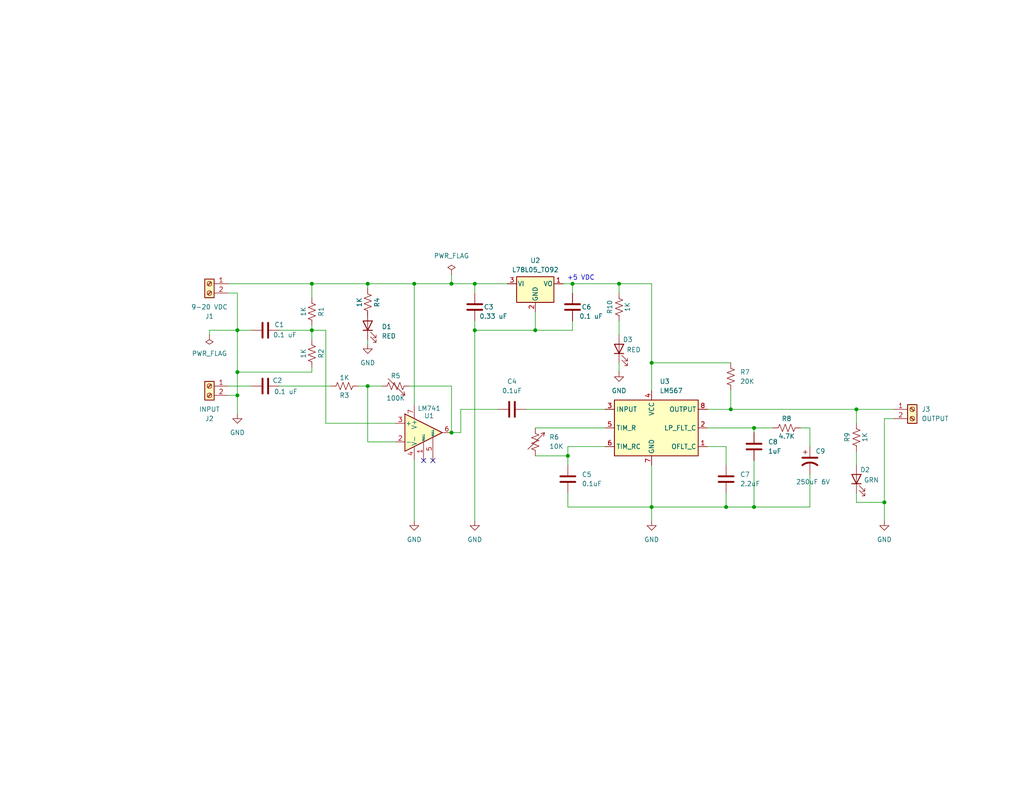
<source format=kicad_sch>
(kicad_sch (version 20231120) (generator "eeschema") (generator_version "8.0")
  (paper "USLetter")
  (title_block (title "CW Digitizer") (date "2024-05-07") (rev "1.2") (company "VE7ZD/KN7Q"))
  (lib_symbols
    (symbol "Amplifier_Operational:LM741" (pin_names (offset 0.127))
      (property "Reference" "U" (at 0 6.35 0))
      (property "Value" "LM741" (at 0 3.81 0))
      (symbol "LM741_0_1"
        (polyline (pts (xy -5.08 5.08) (xy 5.08 0) (xy -5.08 -5.08) (xy -5.08 5.08)) (stroke (width 0.254)) (fill (type background)))
      )
      (symbol "LM741_1_1"
        (pin input line (at 0 -7.62 90) (length 5.08) (name "NULL") (number "1"))
        (pin input line (at -7.62 -2.54 0) (length 2.54) (name "-") (number "2"))
        (pin input line (at -7.62 2.54 0) (length 2.54) (name "+") (number "3"))
        (pin power_in line (at -2.54 -7.62 90) (length 3.81) (name "V-") (number "4"))
        (pin input line (at 2.54 -7.62 90) (length 6.35) (name "NULL") (number "5"))
        (pin output line (at 7.62 0 180) (length 2.54) (name "~") (number "6"))
        (pin power_in line (at -2.54 7.62 270) (length 3.81) (name "V+") (number "7"))
        (pin no_connect line (at 0 2.54 270) (length 2.54) hide (name "NC") (number "8"))
      )
    )
    (symbol "Connector:Screw_Terminal_01x02" (pin_names (offset 1.016) hide)
      (property "Reference" "J" (at 0 2.54 0))
      (property "Value" "Screw_Terminal_01x02" (at 0 -5.08 0))
      (symbol "Screw_Terminal_01x02_1_1"
        (rectangle (start -1.27 1.27) (end 1.27 -3.81) (stroke (width 0.254)) (fill (type background)))
        (circle (center 0 -2.54) (radius 0.635) (stroke (width 0.1524)))
        (polyline (pts (xy -0.5334 -2.2098) (xy 0.3302 -3.048)) (stroke (width 0.1524)))
        (polyline (pts (xy -0.5334 0.3302) (xy 0.3302 -0.508)) (stroke (width 0.1524)))
        (polyline (pts (xy -0.3556 -2.032) (xy 0.508 -2.8702)) (stroke (width 0.1524)))
        (polyline (pts (xy -0.3556 0.508) (xy 0.508 -0.3302)) (stroke (width 0.1524)))
        (circle (center 0 0) (radius 0.635) (stroke (width 0.1524)))
        (pin passive line (at -5.08 0 0) (length 3.81) (name "Pin_1") (number "1"))
        (pin passive line (at -5.08 -2.54 0) (length 3.81) (name "Pin_2") (number "2"))
      )
    )
    (symbol "Device:C" (pin_numbers hide) (pin_names (offset 0.254))
      (property "Reference" "C" (at 0.635 2.54 0))
      (property "Value" "C" (at 0.635 -2.54 0))
      (symbol "C_0_1"
        (polyline (pts (xy -2.032 -0.762) (xy 2.032 -0.762)) (stroke (width 0.508)))
        (polyline (pts (xy -2.032 0.762) (xy 2.032 0.762)) (stroke (width 0.508)))
      )
      (symbol "C_1_1"
        (pin passive line (at 0 3.81 270) (length 2.794) (name "~") (number "1"))
        (pin passive line (at 0 -3.81 90) (length 2.794) (name "~") (number "2"))
      )
    )
    (symbol "Device:C_Polarized_US" (pin_numbers hide) (pin_names (offset 0.254) hide)
      (property "Reference" "C" (at 0.635 2.54 0))
      (property "Value" "C_Polarized_US" (at 0.635 -2.54 0))
      (symbol "C_Polarized_US_0_1"
        (polyline (pts (xy -2.032 0.762) (xy 2.032 0.762)) (stroke (width 0.508)))
        (polyline (pts (xy -1.778 2.286) (xy -0.762 2.286)))
        (polyline (pts (xy -1.27 1.778) (xy -1.27 2.794)))
        (arc (start 2.032 -1.27) (mid 0 -0.5572) (end -2.032 -1.27) (stroke (width 0.508)))
      )
      (symbol "C_Polarized_US_1_1"
        (pin passive line (at 0 3.81 270) (length 2.794) (name "~") (number "1"))
        (pin passive line (at 0 -3.81 90) (length 3.302) (name "~") (number "2"))
      )
    )
    (symbol "Device:LED" (pin_numbers hide) (pin_names (offset 1.016) hide)
      (property "Reference" "D" (at 0 2.54 0))
      (property "Value" "LED" (at 0 -2.54 0))
      (symbol "LED_0_1"
        (polyline (pts (xy -1.27 -1.27) (xy -1.27 1.27)) (stroke (width 0.254)))
        (polyline (pts (xy -1.27 0) (xy 1.27 0)))
        (polyline (pts (xy 1.27 -1.27) (xy 1.27 1.27) (xy -1.27 0) (xy 1.27 -1.27)) (stroke (width 0.254)))
        (polyline (pts (xy -3.048 -0.762) (xy -4.572 -2.286) (xy -3.81 -2.286) (xy -4.572 -2.286) (xy -4.572 -1.524)))
        (polyline (pts (xy -1.778 -0.762) (xy -3.302 -2.286) (xy -2.54 -2.286) (xy -3.302 -2.286) (xy -3.302 -1.524)))
      )
      (symbol "LED_1_1"
        (pin passive line (at -3.81 0 0) (length 2.54) (name "K") (number "1"))
        (pin passive line (at 3.81 0 180) (length 2.54) (name "A") (number "2"))
      )
    )
    (symbol "Device:R_US" (pin_numbers hide) (pin_names (offset 0))
      (property "Reference" "R" (at 2.54 0 90))
      (property "Value" "R_US" (at -2.54 0 90))
      (symbol "R_US_0_1"
        (polyline (pts (xy 0 -2.286) (xy 0 -2.54)))
        (polyline (pts (xy 0 2.286) (xy 0 2.54)))
        (polyline (pts (xy 0 -0.762) (xy 1.016 -1.143) (xy 0 -1.524) (xy -1.016 -1.905) (xy 0 -2.286)))
        (polyline (pts (xy 0 0.762) (xy 1.016 0.381) (xy 0 0) (xy -1.016 -0.381) (xy 0 -0.762)))
        (polyline (pts (xy 0 2.286) (xy 1.016 1.905) (xy 0 1.524) (xy -1.016 1.143) (xy 0 0.762)))
      )
      (symbol "R_US_1_1"
        (pin passive line (at 0 3.81 270) (length 1.27) (name "~") (number "1"))
        (pin passive line (at 0 -3.81 90) (length 1.27) (name "~") (number "2"))
      )
    )
    (symbol "Device:R_Variable_US" (pin_numbers hide) (pin_names (offset 0))
      (property "Reference" "R" (at 2.54 -2.54 90))
      (property "Value" "R_Variable_US" (at -2.54 -1.27 90))
      (symbol "R_Variable_US_0_1"
        (polyline (pts (xy 0 -2.286) (xy 0 -2.54)))
        (polyline (pts (xy 0 2.286) (xy 0 2.54)))
        (polyline (pts (xy 0 -0.762) (xy 1.016 -1.143) (xy 0 -1.524) (xy -1.016 -1.905) (xy 0 -2.286)))
        (polyline (pts (xy 0 0.762) (xy 1.016 0.381) (xy 0 0) (xy -1.016 -0.381) (xy 0 -0.762)))
        (polyline (pts (xy 0 2.286) (xy 1.016 1.905) (xy 0 1.524) (xy -1.016 1.143) (xy 0 0.762)) (stroke (width 0.1524)))
        (polyline (pts (xy 2.286 1.524) (xy 2.54 2.54) (xy 1.524 2.286) (xy 2.54 2.54) (xy -2.032 -2.032)) (stroke (width 0.1524)))
      )
      (symbol "R_Variable_US_1_1"
        (pin passive line (at 0 3.81 270) (length 1.27) (name "~") (number "1"))
        (pin passive line (at 0 -3.81 90) (length 1.27) (name "~") (number "2"))
      )
    )
    (symbol "Regulator_Linear:L78L05_TO92" (pin_names (offset 0.254))
      (property "Reference" "U" (at -3.81 3.175 0))
      (property "Value" "L78L05_TO92" (at 0 3.175 0))
      (symbol "L78L05_TO92_0_1"
        (rectangle (start -5.08 -5.08) (end 5.08 1.905) (stroke (width 0.254)) (fill (type background)))
      )
      (symbol "L78L05_TO92_1_1"
        (pin power_out line (at 7.62 0 180) (length 2.54) (name "VO") (number "1"))
        (pin power_in line (at 0 -7.62 90) (length 2.54) (name "GND") (number "2"))
        (pin power_in line (at -7.62 0 0) (length 2.54) (name "VI") (number "3"))
      )
    )
    (symbol "Timer:NE567"
      (property "Reference" "U" (at -2.54 10.795 0))
      (property "Value" "NE567" (at -2.54 8.89 0))
      (symbol "NE567_0_1"
        (rectangle (start -10.16 7.62) (end 12.7 -7.62) (stroke (width 0.254)) (fill (type background)))
      )
      (symbol "NE567_1_1"
        (pin output line (at 15.24 -5.08 180) (length 2.54) (name "OFLT_C") (number "1"))
        (pin output line (at 15.24 0 180) (length 2.54) (name "LP_FLT_C") (number "2"))
        (pin input line (at -12.7 5.08 0) (length 2.54) (name "INPUT") (number "3"))
        (pin power_in line (at 0 10.16 270) (length 2.54) (name "VCC") (number "4"))
        (pin input line (at -12.7 0 0) (length 2.54) (name "TIM_R") (number "5"))
        (pin input line (at -12.7 -5.08 0) (length 2.54) (name "TIM_RC") (number "6"))
        (pin power_in line (at 0 -10.16 90) (length 2.54) (name "GND") (number "7"))
        (pin output line (at 15.24 5.08 180) (length 2.54) (name "OUTPUT") (number "8"))
      )
    )
    (symbol "power:GND" (power) (pin_numbers hide) (pin_names (offset 0) hide)
      (property "Value" "GND" (at 0 -3.81 0))
      (symbol "GND_0_1"
        (polyline (pts (xy 0 0) (xy 0 -1.27) (xy 1.27 -1.27) (xy 0 -2.54) (xy -1.27 -1.27) (xy 0 -1.27)))
      )
      (symbol "GND_1_1"
        (pin power_in line (at 0 0 270) (length 0) (name "~") (number "1"))
      )
    )
    (symbol "power:PWR_FLAG" (power) (pin_numbers hide) (pin_names (offset 0) hide)
      (property "Value" "PWR_FLAG" (at 0 3.81 0))
      (symbol "PWR_FLAG_0_0"
        (pin power_out line (at 0 0 90) (length 0) (name "~") (number "1"))
      )
      (symbol "PWR_FLAG_0_1"
        (polyline (pts (xy 0 0) (xy 0 1.27) (xy -1.016 1.905) (xy 0 2.54) (xy 1.016 1.905) (xy 0 1.27)))
      )
    )
  )
  (junction (at 198.12 138.43))
  (junction (at 205.74 116.84))
  (junction (at 64.77 90.17))
  (junction (at 113.03 77.47))
  (junction (at 85.09 90.17))
  (junction (at 123.19 77.47))
  (junction (at 100.33 105.41))
  (junction (at 123.19 118.11))
  (junction (at 177.8 99.06))
  (junction (at 100.33 77.47))
  (junction (at 85.09 77.47))
  (junction (at 129.54 90.17))
  (junction (at 64.77 107.95))
  (junction (at 154.94 124.46))
  (junction (at 168.91 77.47))
  (junction (at 205.74 138.43))
  (junction (at 156.21 77.47))
  (junction (at 233.68 111.76))
  (junction (at 129.54 77.47))
  (junction (at 64.77 101.6))
  (junction (at 177.8 138.43))
  (junction (at 241.3 137.16))
  (junction (at 199.39 111.76))
  (junction (at 146.05 90.17))
  (no_connect (at 115.57 125.73))
  (no_connect (at 118.11 125.73))
  (wire (pts (xy 146.05 90.17) (xy 156.21 90.17)))
  (wire (pts (xy 85.09 100.33) (xy 85.09 101.6)))
  (wire (pts (xy 233.68 123.19) (xy 233.68 127)))
  (wire (pts (xy 64.77 80.01) (xy 64.77 90.17)))
  (wire (pts (xy 100.33 105.41) (xy 97.79 105.41)))
  (wire (pts (xy 233.68 111.76) (xy 233.68 115.57)))
  (wire (pts (xy 62.23 77.47) (xy 85.09 77.47)))
  (wire (pts (xy 123.19 118.11) (xy 125.73 118.11)))
  (wire (pts (xy 199.39 99.06) (xy 177.8 99.06)))
  (wire (pts (xy 64.77 90.17) (xy 64.77 101.6)))
  (wire (pts (xy 233.68 111.76) (xy 243.84 111.76)))
  (wire (pts (xy 154.94 134.62) (xy 154.94 138.43)))
  (wire (pts (xy 199.39 111.76) (xy 233.68 111.76)))
  (wire (pts (xy 198.12 134.62) (xy 198.12 138.43)))
  (wire (pts (xy 62.23 105.41) (xy 68.58 105.41)))
  (wire (pts (xy 146.05 124.46) (xy 154.94 124.46)))
  (wire (pts (xy 193.04 116.84) (xy 205.74 116.84)))
  (wire (pts (xy 57.15 90.17) (xy 64.77 90.17)))
  (wire (pts (xy 154.94 138.43) (xy 177.8 138.43)))
  (wire (pts (xy 205.74 125.73) (xy 205.74 138.43)))
  (wire (pts (xy 85.09 77.47) (xy 85.09 81.28)))
  (wire (pts (xy 64.77 80.01) (xy 62.23 80.01)))
  (wire (pts (xy 85.09 88.9) (xy 85.09 90.17)))
  (wire (pts (xy 153.67 77.47) (xy 156.21 77.47)))
  (wire (pts (xy 125.73 111.76) (xy 135.89 111.76)))
  (wire (pts (xy 177.8 77.47) (xy 177.8 99.06)))
  (wire (pts (xy 168.91 77.47) (xy 168.91 80.01)))
  (wire (pts (xy 168.91 77.47) (xy 177.8 77.47)))
  (wire (pts (xy 57.15 90.17) (xy 57.15 91.44)))
  (wire (pts (xy 123.19 77.47) (xy 129.54 77.47)))
  (wire (pts (xy 220.98 116.84) (xy 220.98 121.92)))
  (wire (pts (xy 168.91 87.63) (xy 168.91 91.44)))
  (wire (pts (xy 177.8 138.43) (xy 177.8 142.24)))
  (wire (pts (xy 177.8 127) (xy 177.8 138.43)))
  (wire (pts (xy 100.33 105.41) (xy 100.33 120.65)))
  (wire (pts (xy 123.19 105.41) (xy 123.19 118.11)))
  (wire (pts (xy 76.2 90.17) (xy 85.09 90.17)))
  (wire (pts (xy 76.2 105.41) (xy 90.17 105.41)))
  (wire (pts (xy 62.23 107.95) (xy 64.77 107.95)))
  (wire (pts (xy 193.04 121.92) (xy 198.12 121.92)))
  (wire (pts (xy 107.95 115.57) (xy 88.9 115.57)))
  (wire (pts (xy 113.03 77.47) (xy 123.19 77.47)))
  (wire (pts (xy 146.05 85.09) (xy 146.05 90.17)))
  (wire (pts (xy 193.04 111.76) (xy 199.39 111.76)))
  (wire (pts (xy 220.98 129.54) (xy 220.98 138.43)))
  (wire (pts (xy 156.21 77.47) (xy 168.91 77.47)))
  (wire (pts (xy 241.3 137.16) (xy 241.3 142.24)))
  (wire (pts (xy 154.94 121.92) (xy 165.1 121.92)))
  (wire (pts (xy 198.12 121.92) (xy 198.12 127)))
  (wire (pts (xy 156.21 77.47) (xy 156.21 80.01)))
  (wire (pts (xy 241.3 114.3) (xy 241.3 137.16)))
  (wire (pts (xy 154.94 121.92) (xy 154.94 124.46)))
  (wire (pts (xy 243.84 114.3) (xy 241.3 114.3)))
  (wire (pts (xy 205.74 116.84) (xy 210.82 116.84)))
  (wire (pts (xy 100.33 77.47) (xy 100.33 78.74)))
  (wire (pts (xy 64.77 101.6) (xy 64.77 107.95)))
  (wire (pts (xy 100.33 85.09) (xy 100.33 86.36)))
  (wire (pts (xy 156.21 87.63) (xy 156.21 90.17)))
  (wire (pts (xy 205.74 138.43) (xy 220.98 138.43)))
  (wire (pts (xy 129.54 90.17) (xy 129.54 142.24)))
  (wire (pts (xy 143.51 111.76) (xy 165.1 111.76)))
  (wire (pts (xy 168.91 99.06) (xy 168.91 101.6)))
  (wire (pts (xy 154.94 124.46) (xy 154.94 127)))
  (wire (pts (xy 177.8 99.06) (xy 177.8 106.68)))
  (wire (pts (xy 100.33 120.65) (xy 107.95 120.65)))
  (wire (pts (xy 129.54 90.17) (xy 146.05 90.17)))
  (wire (pts (xy 233.68 134.62) (xy 233.68 137.16)))
  (wire (pts (xy 64.77 90.17) (xy 68.58 90.17)))
  (wire (pts (xy 111.76 105.41) (xy 123.19 105.41)))
  (wire (pts (xy 218.44 116.84) (xy 220.98 116.84)))
  (wire (pts (xy 205.74 116.84) (xy 205.74 118.11)))
  (wire (pts (xy 88.9 90.17) (xy 85.09 90.17)))
  (wire (pts (xy 123.19 74.93) (xy 123.19 77.47)))
  (wire (pts (xy 64.77 107.95) (xy 64.77 113.03)))
  (wire (pts (xy 129.54 87.63) (xy 129.54 90.17)))
  (wire (pts (xy 100.33 105.41) (xy 104.14 105.41)))
  (wire (pts (xy 64.77 101.6) (xy 85.09 101.6)))
  (wire (pts (xy 129.54 77.47) (xy 138.43 77.47)))
  (wire (pts (xy 85.09 77.47) (xy 100.33 77.47)))
  (wire (pts (xy 100.33 92.71) (xy 100.33 93.98)))
  (wire (pts (xy 113.03 125.73) (xy 113.03 142.24)))
  (wire (pts (xy 146.05 116.84) (xy 165.1 116.84)))
  (wire (pts (xy 199.39 111.76) (xy 199.39 106.68)))
  (wire (pts (xy 177.8 138.43) (xy 198.12 138.43)))
  (wire (pts (xy 233.68 137.16) (xy 241.3 137.16)))
  (wire (pts (xy 100.33 77.47) (xy 113.03 77.47)))
  (wire (pts (xy 88.9 115.57) (xy 88.9 90.17)))
  (wire (pts (xy 198.12 138.43) (xy 205.74 138.43)))
  (wire (pts (xy 113.03 77.47) (xy 113.03 110.49)))
  (wire (pts (xy 125.73 118.11) (xy 125.73 111.76)))
  (wire (pts (xy 85.09 90.17) (xy 85.09 92.71)))
  (wire (pts (xy 129.54 77.47) (xy 129.54 80.01)))
  (text "+5 VDC" (at 158.496 75.946 0) (effects (font (size 1.27 1.27))))
  (symbol (lib_id "Device:C") (at 205.74 121.92 0) (unit 1)
    (property "Reference" "C8" (at 209.55 120.6499 0) (effects (justify left)))
    (property "Value" "1uF" (at 209.55 123.1899 0) (effects (justify left)))
    (property "Footprint" "Capacitor_THT:C_Rect_L4.0mm_W2.5mm_P2.50mm" (effects (hide yes)))
    (property "Description" "Unpolarized capacitor" (effects (hide yes)))
  )
  (symbol (lib_id "Device:LED") (at 100.33 88.9 90) (unit 1)
    (property "Reference" "D1" (at 104.14 89.2174 90) (effects (justify right)))
    (property "Value" "RED" (at 104.14 91.7574 90) (effects (justify right)))
    (property "Footprint" "LED_THT:LED_D5.0mm" (effects (hide yes)))
    (property "Description" "Light emitting diode" (effects (hide yes)))
  )
  (symbol (lib_id "power:GND") (at 129.54 142.24 0) (unit 1)
    (property "Reference" "#PWR04" (effects (hide yes)))
    (property "Value" "GND" (at 129.54 147.32 0))
    (property "Description" "Power symbol creates a global label with name \"GND\" , ground" (effects (hide yes)))
  )
  (symbol (lib_id "power:PWR_FLAG") (at 57.15 91.44 180) (unit 1)
    (property "Reference" "#FLG02" (effects (hide yes)))
    (property "Value" "PWR_FLAG" (at 57.15 96.52 0))
    (property "Description" "Special symbol for telling ERC where power comes from" (effects (hide yes)))
  )
  (symbol (lib_id "Device:R_US") (at 85.09 85.09 180) (unit 1)
    (property "Reference" "R1" (at 87.63 85.09 90))
    (property "Value" "1K" (at 82.804 85.09 90))
    (property "Footprint" "Resistor_THT:R_Axial_DIN0204_L3.6mm_D1.6mm_P7.62mm_Horizontal" (effects (hide yes)))
    (property "Description" "Resistor, US symbol" (effects (hide yes)))
  )
  (symbol (lib_id "Device:R_Variable_US") (at 146.05 120.65 0) (unit 1)
    (property "Reference" "R6" (at 149.86 119.3418 0) (effects (justify left)))
    (property "Value" "10K" (at 149.86 121.8818 0) (effects (justify left)))
    (property "Footprint" "TerminalBlock_Altech:Altech_AK100_1x02_P5.00mm" (effects (hide yes)))
    (property "Description" "Variable resistor, US symbol" (effects (hide yes)))
  )
  (symbol (lib_id "Device:R_US") (at 199.39 102.87 0) (unit 1)
    (property "Reference" "R7" (at 201.93 101.5999 0) (effects (justify left)))
    (property "Value" "20K" (at 201.93 104.1399 0) (effects (justify left)))
    (property "Footprint" "Resistor_THT:R_Axial_DIN0204_L3.6mm_D1.6mm_P7.62mm_Horizontal" (effects (hide yes)))
    (property "Description" "Resistor, US symbol" (effects (hide yes)))
  )
  (symbol (lib_id "Device:C") (at 154.94 130.81 0) (unit 1)
    (property "Reference" "C5" (at 158.75 129.5399 0) (effects (justify left)))
    (property "Value" "0.1uF" (at 158.75 132.0799 0) (effects (justify left)))
    (property "Footprint" "Capacitor_THT:C_Rect_L4.0mm_W2.5mm_P2.50mm" (effects (hide yes)))
    (property "Description" "Unpolarized capacitor" (effects (hide yes)))
  )
  (symbol (lib_id "power:GND") (at 113.03 142.24 0) (unit 1)
    (property "Reference" "#PWR03" (effects (hide yes)))
    (property "Value" "GND" (at 113.03 147.32 0))
    (property "Description" "Power symbol creates a global label with name \"GND\" , ground" (effects (hide yes)))
  )
  (symbol (lib_id "Connector:Screw_Terminal_01x02") (at 57.15 105.41 0) (mirror y) (unit 1)
    (property "Reference" "J2" (at 57.15 114.3 0))
    (property "Value" "INPUT" (at 57.15 111.76 0))
    (property "Footprint" "TerminalBlock_Altech:Altech_AK100_1x02_P5.00mm" (effects (hide yes)))
    (property "Description" "Generic screw terminal, single row, 01x02, script generated (kicad-library-utils/schlib/autogen/connector/)" (effects (hide yes)))
  )
  (symbol (lib_id "power:GND") (at 100.33 93.98 0) (unit 1)
    (property "Reference" "#PWR02" (effects (hide yes)))
    (property "Value" "GND" (at 100.33 99.06 0))
    (property "Description" "Power symbol creates a global label with name \"GND\" , ground" (effects (hide yes)))
  )
  (symbol (lib_id "Device:R_US") (at 168.91 83.82 0) (unit 1)
    (property "Reference" "R10" (at 166.37 83.82 90))
    (property "Value" "1K" (at 171.196 83.82 90))
    (property "Footprint" "Resistor_THT:R_Axial_DIN0204_L3.6mm_D1.6mm_P7.62mm_Horizontal" (effects (hide yes)))
    (property "Description" "Resistor, US symbol" (effects (hide yes)))
  )
  (symbol (lib_id "Connector:Screw_Terminal_01x02") (at 57.15 77.47 0) (mirror y) (unit 1)
    (property "Reference" "J1" (at 57.15 86.36 0))
    (property "Value" "9-20 VDC" (at 57.15 83.82 0))
    (property "Footprint" "TerminalBlock_Altech:Altech_AK100_1x02_P5.00mm" (effects (hide yes)))
    (property "Description" "Generic screw terminal, single row, 01x02, script generated (kicad-library-utils/schlib/autogen/connector/)" (effects (hide yes)))
  )
  (symbol (lib_id "power:GND") (at 64.77 113.03 0) (unit 1)
    (property "Reference" "#PWR01" (effects (hide yes)))
    (property "Value" "GND" (at 64.77 118.11 0))
    (property "Description" "Power symbol creates a global label with name \"GND\" , ground" (effects (hide yes)))
  )
  (symbol (lib_id "Device:R_US") (at 100.33 82.55 180) (unit 1)
    (property "Reference" "R4" (at 102.87 82.55 90))
    (property "Value" "1K" (at 98.044 82.55 90))
    (property "Footprint" "Resistor_THT:R_Axial_DIN0204_L3.6mm_D1.6mm_P7.62mm_Horizontal" (effects (hide yes)))
    (property "Description" "Resistor, US symbol" (effects (hide yes)))
  )
  (symbol (lib_id "Device:C") (at 129.54 83.82 0) (unit 1)
    (property "Reference" "C3" (at 133.35 83.82 0))
    (property "Value" "0.33 uF" (at 134.62 86.36 0))
    (property "Footprint" "Capacitor_THT:C_Rect_L4.0mm_W2.5mm_P2.50mm" (effects (hide yes)))
    (property "Description" "Unpolarized capacitor" (effects (hide yes)))
  )
  (symbol (lib_id "Device:LED") (at 168.91 95.25 90) (unit 1)
    (property "Reference" "D3" (at 169.926 92.71 90) (effects (justify right)))
    (property "Value" "RED" (at 170.942 95.504 90) (effects (justify right)))
    (property "Footprint" "LED_THT:LED_D5.0mm" (effects (hide yes)))
    (property "Description" "Light emitting diode" (effects (hide yes)))
  )
  (symbol (lib_id "Device:LED") (at 233.68 130.81 90) (unit 1)
    (property "Reference" "D2" (at 234.696 128.27 90) (effects (justify right)))
    (property "Value" "GRN" (at 235.712 131.064 90) (effects (justify right)))
    (property "Footprint" "LED_THT:LED_D5.0mm" (effects (hide yes)))
    (property "Description" "Light emitting diode" (effects (hide yes)))
  )
  (symbol (lib_id "Device:R_US") (at 85.09 96.52 180) (unit 1)
    (property "Reference" "R2" (at 87.63 96.52 90))
    (property "Value" "1K" (at 82.804 96.52 90))
    (property "Footprint" "Resistor_THT:R_Axial_DIN0204_L3.6mm_D1.6mm_P7.62mm_Horizontal" (effects (hide yes)))
    (property "Description" "Resistor, US symbol" (effects (hide yes)))
  )
  (symbol (lib_id "Device:C_Polarized_US") (at 220.98 125.73 0) (unit 1)
    (property "Reference" "C9" (at 222.504 123.19 0) (effects (justify left)))
    (property "Value" "250uF 6V" (at 217.17 131.572 0) (effects (justify left)))
    (property "Footprint" "Capacitor_THT:CP_Radial_D8.0mm_P3.50mm" (effects (hide yes)))
    (property "Description" "Polarized capacitor, US symbol" (effects (hide yes)))
  )
  (symbol (lib_id "Device:C") (at 139.7 111.76 270) (unit 1)
    (property "Reference" "C4" (at 139.7 104.14 90))
    (property "Value" "0.1uF" (at 139.7 106.68 90))
    (property "Footprint" "Capacitor_THT:C_Rect_L4.0mm_W2.5mm_P2.50mm" (effects (hide yes)))
    (property "Description" "Unpolarized capacitor" (effects (hide yes)))
  )
  (symbol (lib_id "Timer:NE567") (at 177.8 116.84 0) (unit 1)
    (property "Reference" "U3" (at 179.9941 104.14 0) (effects (justify left)))
    (property "Value" "LM567" (at 179.9941 106.68 0) (effects (justify left)))
    (property "Footprint" "Package_DIP:DIP-8_W7.62mm_Socket" (effects (hide yes)))
    (property "Datasheet" "http://www.ti.com/lit/ds/symlink/lm567.pdf" (effects (hide yes)))
    (property "Description" "Tone Decoder/Phase-Locked Loop, DIP-8/SOIC-8" (effects (hide yes)))
  )
  (symbol (lib_id "Device:R_Variable_US") (at 107.95 105.41 270) (unit 1)
    (property "Reference" "R5" (at 107.95 102.616 90))
    (property "Value" "100K" (at 107.95 108.712 90))
    (property "Footprint" "TerminalBlock_Altech:Altech_AK100_1x02_P5.00mm" (effects (hide yes)))
    (property "Description" "Variable resistor, US symbol" (effects (hide yes)))
  )
  (symbol (lib_id "Regulator_Linear:L78L05_TO92") (at 146.05 77.47 0) (unit 1)
    (property "Reference" "U2" (at 146.05 71.12 0))
    (property "Value" "L78L05_TO92" (at 146.05 73.66 0))
    (property "Footprint" "Package_TO_SOT_THT:TO-92_Inline" (effects (hide yes)))
    (property "Datasheet" "http://www.st.com/content/ccc/resource/technical/document/datasheet/15/55/e5/aa/23/5b/43/fd/CD00000446.pdf/files/CD00000446.pdf/jcr:content/translations/en.CD00000446.pdf" (effects (hide yes)))
    (property "Description" "Positive 100mA 30V Linear Regulator, Fixed Output 5V, TO-92" (effects (hide yes)))
  )
  (symbol (lib_id "Device:C") (at 156.21 83.82 0) (unit 1)
    (property "Reference" "C6" (at 160.02 83.82 0))
    (property "Value" "0.1 uF" (at 161.29 86.36 0))
    (property "Footprint" "Capacitor_THT:C_Rect_L4.0mm_W2.5mm_P2.50mm" (effects (hide yes)))
    (property "Description" "Unpolarized capacitor" (effects (hide yes)))
  )
  (symbol (lib_id "Device:C") (at 72.39 105.41 270) (unit 1)
    (property "Reference" "C2" (at 75.692 103.886 90))
    (property "Value" "0.1 uF" (at 77.978 106.934 90))
    (property "Footprint" "Capacitor_THT:C_Rect_L4.0mm_W2.5mm_P2.50mm" (effects (hide yes)))
    (property "Description" "Unpolarized capacitor" (effects (hide yes)))
  )
  (symbol (lib_id "Device:R_US") (at 233.68 119.38 0) (unit 1)
    (property "Reference" "R9" (at 231.14 119.38 90))
    (property "Value" "1K" (at 235.966 119.38 90))
    (property "Footprint" "Resistor_THT:R_Axial_DIN0204_L3.6mm_D1.6mm_P7.62mm_Horizontal" (effects (hide yes)))
    (property "Description" "Resistor, US symbol" (effects (hide yes)))
  )
  (symbol (lib_id "Connector:Screw_Terminal_01x02") (at 248.92 111.76 0) (unit 1)
    (property "Reference" "J3" (at 251.46 111.7599 0) (effects (justify left)))
    (property "Value" "OUTPUT" (at 251.46 114.2999 0) (effects (justify left)))
    (property "Footprint" "TerminalBlock_Altech:Altech_AK100_1x02_P5.00mm" (effects (hide yes)))
    (property "Description" "Generic screw terminal, single row, 01x02, script generated (kicad-library-utils/schlib/autogen/connector/)" (effects (hide yes)))
  )
  (symbol (lib_id "power:PWR_FLAG") (at 123.19 74.93 0) (unit 1)
    (property "Reference" "#FLG01" (effects (hide yes)))
    (property "Value" "PWR_FLAG" (at 123.19 69.85 0))
    (property "Description" "Special symbol for telling ERC where power comes from" (effects (hide yes)))
  )
  (symbol (lib_id "power:GND") (at 241.3 142.24 0) (unit 1)
    (property "Reference" "#PWR06" (effects (hide yes)))
    (property "Value" "GND" (at 241.3 147.32 0))
    (property "Description" "Power symbol creates a global label with name \"GND\" , ground" (effects (hide yes)))
  )
  (symbol (lib_id "power:GND") (at 177.8 142.24 0) (unit 1)
    (property "Reference" "#PWR05" (effects (hide yes)))
    (property "Value" "GND" (at 177.8 147.32 0))
    (property "Description" "Power symbol creates a global label with name \"GND\" , ground" (effects (hide yes)))
  )
  (symbol (lib_id "Device:R_US") (at 214.63 116.84 270) (unit 1)
    (property "Reference" "R8" (at 214.63 114.3 90))
    (property "Value" "4.7K" (at 214.63 119.126 90))
    (property "Footprint" "Resistor_THT:R_Axial_DIN0204_L3.6mm_D1.6mm_P7.62mm_Horizontal" (effects (hide yes)))
    (property "Description" "Resistor, US symbol" (effects (hide yes)))
  )
  (symbol (lib_id "Device:C") (at 198.12 130.81 0) (unit 1)
    (property "Reference" "C7" (at 201.93 129.5399 0) (effects (justify left)))
    (property "Value" "2.2uF" (at 201.93 132.0799 0) (effects (justify left)))
    (property "Footprint" "Capacitor_THT:C_Rect_L4.0mm_W2.5mm_P2.50mm" (effects (hide yes)))
    (property "Description" "Unpolarized capacitor" (effects (hide yes)))
  )
  (symbol (lib_id "Device:C") (at 72.39 90.17 90) (unit 1)
    (property "Reference" "C1" (at 76.2 88.646 90))
    (property "Value" "0.1 uF" (at 77.724 91.44 90))
    (property "Footprint" "Capacitor_THT:C_Rect_L4.0mm_W2.5mm_P2.50mm" (effects (hide yes)))
    (property "Description" "Unpolarized capacitor" (effects (hide yes)))
  )
  (symbol (lib_id "power:GND") (at 168.91 101.6 0) (unit 1)
    (property "Reference" "#PWR07" (effects (hide yes)))
    (property "Value" "GND" (at 168.91 106.68 0))
    (property "Description" "Power symbol creates a global label with name \"GND\" , ground" (effects (hide yes)))
  )
  (symbol (lib_id "Device:R_US") (at 93.98 105.41 90) (unit 1)
    (property "Reference" "R3" (at 93.98 107.95 90))
    (property "Value" "1K" (at 93.98 103.124 90))
    (property "Footprint" "Resistor_THT:R_Axial_DIN0204_L3.6mm_D1.6mm_P7.62mm_Horizontal" (effects (hide yes)))
    (property "Description" "Resistor, US symbol" (effects (hide yes)))
  )
  (symbol (lib_id "Amplifier_Operational:LM741") (at 115.57 118.11 0) (unit 1)
    (property "Reference" "U1" (at 117.094 113.538 0))
    (property "Value" "LM741" (at 117.094 111.506 0))
    (property "Footprint" "Package_DIP:DIP-8_W7.62mm_Socket" (effects (hide yes)))
    (property "Datasheet" "http://www.ti.com/lit/ds/symlink/lm741.pdf" (effects (hide yes)))
    (property "Description" "Operational Amplifier, DIP-8/TO-99-8" (effects (hide yes)))
  )
)
</source>
